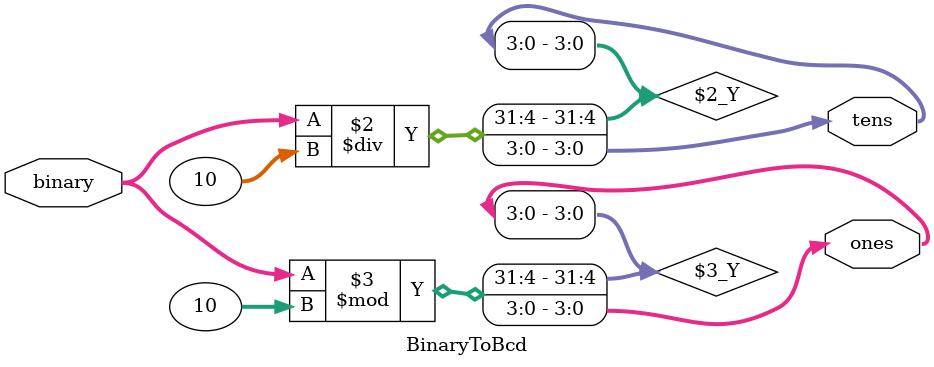
<source format=v>
`timescale 1ns / 1ps

//     reg [11:0] bcd_data = 0;

//     always @(binary) begin // 1250

//         bcd_data = binary; // bcd_data = 1250
//         thos = bcd_data / 1000; // 1250 / 1000 = 1, thos = 1
//         bcd_data = bcd_data % 1000; // 1250 % 1000 = 250

//         hund = bcd_data / 100; // 250 / 100 = 2
//         bcd_data = bcd_data % 100; // 250 % 100 = 50

//         tens = bcd_data / 10; // 50 / 10 = 5

//         ones = bcd_data % 10; // 5 % 10 = 0

//     end

// endmodule
module BinaryToBcd (
    input [5:0] binary, // Changed the input width to 10 bits since you don't need thousands or hundreds place
    output reg [3:0] tens,
    output reg [3:0] ones
);

    always @(binary) begin
        tens = binary / 10;
        ones = binary % 10;
    end

endmodule
</source>
